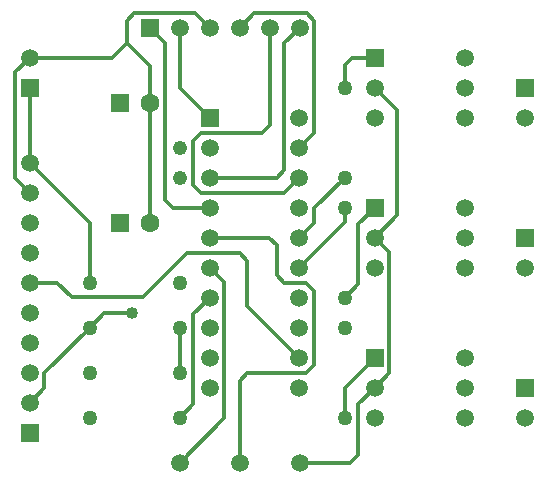
<source format=gbl>
G04 DipTrace 2.1.9.2*
%INBottom.gbr*%
%MOIN*%
%ADD10C,0.0098*%
%ADD11C,0.006*%
%ADD12C,0.003*%
%ADD13C,0.013*%
%ADD14R,0.0591X0.0591*%
%ADD15C,0.0591*%
%ADD16C,0.063*%
%ADD17R,0.063X0.063*%
%ADD18C,0.05*%
%ADD19C,0.05*%
%ADD20C,0.0591*%
%ADD21C,0.048*%
%ADD22C,0.04*%
%ADD23C,0.0191*%
%ADD24C,0.118*%
%ADD25C,0.0354*%
%ADD26C,0.0394*%
%ADD27C,0.022*%
%ADD28C,0.032*%
%ADD29C,0.008*%
%ADD30C,0.048*%
%ADD31C,0.056*%
%ADD32C,0.04*%
%ADD33C,0.0671*%
%ADD34C,0.0511*%
%ADD35C,0.058*%
%ADD36C,0.042*%
%ADD37C,0.058*%
%ADD38C,0.042*%
%ADD39R,0.071X0.071*%
%ADD40R,0.055X0.055*%
%ADD41C,0.071*%
%ADD42C,0.055*%
%ADD43C,0.0671*%
%ADD44C,0.0511*%
%ADD45R,0.0671X0.0671*%
%ADD46R,0.0511X0.0511*%
%ADD47C,0.0077*%
%ADD48C,0.0124*%
%ADD49C,0.0093*%
%FSLAX44Y44*%
%SFA1B1*%
%OFA0B0*%
G04*
G70*
G90*
G75*
G01*
%LNBottom*%
%LPD*%
X11440Y15940D2*
D13*
X13670D1*
X13930Y16200D1*
Y20430D1*
X14440Y20940D1*
X5440Y15440D2*
X4950Y15930D1*
Y19450D1*
X5440Y19940D1*
X16940Y18940D2*
X17690Y18190D1*
Y14690D1*
X16940Y13940D1*
X9440Y14440D2*
Y18440D1*
X5440Y19940D2*
X8180D1*
X8670Y20430D1*
Y21170D1*
X8930Y21430D1*
X10950D1*
X11440Y20940D1*
X16940Y8940D2*
X16385Y8385D1*
Y6700D1*
X16125Y6440D1*
X14440D1*
X16940Y13940D2*
X17430Y13450D1*
Y9430D1*
X16940Y8940D1*
X9440Y18440D2*
Y19661D1*
X8670Y20430D1*
X14432Y13940D2*
X14922Y14430D1*
Y14922D1*
X15940Y15940D1*
X16940Y19940D2*
X16200D1*
X15940Y19680D1*
Y18940D1*
X14432Y12940D2*
X15940Y14448D1*
Y14940D1*
Y11940D2*
X16385Y12385D1*
Y14385D1*
X16940Y14940D1*
Y9940D2*
X15940Y8940D1*
Y7940D1*
X11440Y11940D2*
X10885Y11385D1*
Y8385D1*
X10440Y7940D1*
X7440Y12440D2*
Y14440D1*
X5440Y16440D1*
X10440Y20940D2*
Y18940D1*
X11440Y17940D1*
X10440Y10940D2*
Y9440D1*
X5440Y16440D2*
Y18940D1*
X9440Y20940D2*
X9950Y20430D1*
Y15200D1*
X10210Y14940D1*
X11440D1*
X14432Y15940D2*
X13922Y15430D1*
X11135D1*
X10875Y15690D1*
Y17170D1*
X11135Y17430D1*
X13180D1*
X13440Y17690D1*
Y20940D1*
X12440D2*
X12930Y21430D1*
X14670D1*
X14930Y21170D1*
Y17438D1*
X14432Y16940D1*
X10440Y6440D2*
X11930Y7930D1*
Y12450D1*
X11440Y12940D1*
X12440Y6440D2*
Y9170D1*
X12700Y9430D1*
X14662D1*
X14922Y9690D1*
Y12170D1*
X14662Y12430D1*
X13931D1*
X13671Y12690D1*
Y13680D1*
X13411Y13940D1*
X11440D1*
X14432Y9940D2*
X12700Y11672D1*
Y13170D1*
X12440Y13430D1*
X10690D1*
X9210Y11950D1*
X6845D1*
X6355Y12440D1*
X5440D1*
X8837Y11430D2*
X7930D1*
X7440Y10940D1*
X5930Y9430D1*
Y8930D1*
X5440Y8440D1*
D22*
X8837Y11430D3*
D14*
X5440Y18940D3*
D15*
Y19940D3*
D16*
X9440Y14440D3*
D17*
X8440D3*
D16*
X9440Y18440D3*
D17*
X8440D3*
D18*
X15940Y18940D3*
D19*
Y15940D3*
D18*
Y11940D3*
D19*
Y14940D3*
D18*
Y7940D3*
D19*
Y10940D3*
D18*
X7440Y7940D3*
D19*
X10440D3*
D18*
Y10940D3*
D19*
X7440D3*
D18*
X10440Y9440D3*
D19*
X7440D3*
D18*
Y12440D3*
D19*
X10440D3*
D20*
Y6440D3*
X12440D3*
X14440D3*
D14*
X11440Y17940D3*
D15*
Y16940D3*
Y15940D3*
Y14940D3*
Y13940D3*
Y12940D3*
Y11940D3*
Y10940D3*
Y9940D3*
Y8940D3*
X14432Y17940D3*
Y16940D3*
Y15940D3*
Y14940D3*
Y13940D3*
Y12940D3*
Y11940D3*
Y10940D3*
Y9940D3*
Y8940D3*
D14*
X9440Y20940D3*
D15*
X10440D3*
X11440D3*
X12440D3*
X13440D3*
X14440D3*
D14*
X21940Y18940D3*
D15*
Y17940D3*
D14*
Y13940D3*
D15*
Y12940D3*
D14*
Y8940D3*
D15*
Y7940D3*
D14*
X5440Y7440D3*
D15*
Y8440D3*
Y9440D3*
Y10440D3*
Y11440D3*
Y12440D3*
Y13440D3*
Y14440D3*
Y15440D3*
Y16440D3*
D14*
X16940Y19940D3*
D15*
Y18940D3*
Y17940D3*
X19940D3*
Y18940D3*
Y19940D3*
D14*
X16940Y14940D3*
D15*
Y13940D3*
Y12940D3*
X19940D3*
Y13940D3*
Y14940D3*
D14*
X16940Y9940D3*
D15*
Y8940D3*
Y7940D3*
X19940D3*
Y8940D3*
Y9940D3*
D21*
X10440Y15940D3*
Y16940D3*
M02*

</source>
